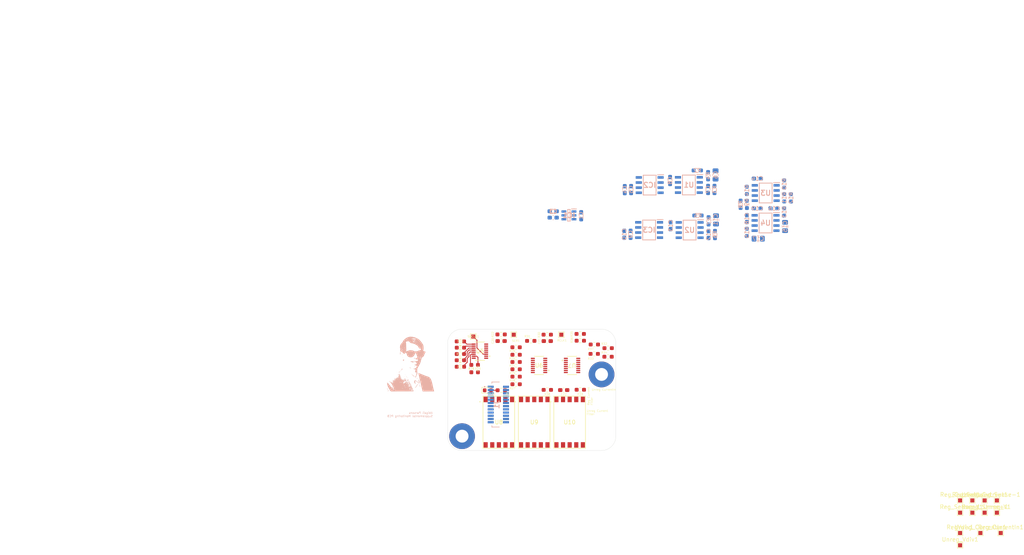
<source format=kicad_pcb>
(kicad_pcb (version 20241229) (generator "pcbnew") (generator_version "9.0")
  (layers (0 "F.Cu" signal) (4 "In1.Cu" signal) (6 "In2.Cu" signal) (2 "B.Cu" signal) (13 "F.Paste" user) (15 "B.Paste" user) (5 "F.SilkS" user "F.Silkscreen") (7 "B.SilkS" user "B.Silkscreen") (1 "F.Mask" user) (3 "B.Mask" user) (25 "Edge.Cuts" user))
  (net 0 "")
  (net 1 "/1.024V")
  (net 2 "+3.3V")
  (net 3 "Net-(IC1-NR)")
  (net 4 "/Voltage/OpAmp2+")
  (net 5 "/Voltage/Out2")
  (net 6 "/Voltage/Out1")
  (net 7 "/Voltage/OpAmp+")
  (net 8 "Net-(C6-Pad1)")
  (net 9 "/CurrentAfter/Out1")
  (net 10 "Net-(U1A-+)")
  (net 11 "/CurrentBefore/Out1")
  (net 12 "Net-(C11-Pad1)")
  (net 13 "/SRCLK")
  (net 14 "Net-(U2A-+)")
  (net 15 "Net-(D1-A)")
  (net 16 "Net-(U4A-+)")
  (net 17 "Net-(C16-Pad1)")
  (net 18 "Net-(U4B-+)")
  (net 19 "/RCLK")
  (net 20 "Net-(C18-Pad1)")
  (net 21 "/SER")
  (net 22 "/Seven Segment/1e")
  (net 23 "/Seven Segment/1d")
  (net 24 "/Seven Segment/1c")
  (net 25 "/Seven Segment/1h")
  (net 26 "/Seven Segment/2e")
  (net 27 "/Seven Segment/2d")
  (net 28 "/Seven Segment/1f")
  (net 29 "/Seven Segment/1g")
  (net 30 "/Seven Segment/1a")
  (net 31 "/Seven Segment/1b")
  (net 32 "/Seven Segment/2f")
  (net 33 "/Seven Segment/2a")
  (net 34 "/Seven Segment/2b")
  (net 35 "/Seven Segment/3f")
  (net 36 "/Seven Segment/3g")
  (net 37 "/Seven Segment/3a")
  (net 38 "/Seven Segment/3b")
  (net 39 "/Seven Segment/2g")
  (net 40 "/Seven Segment/2c")
  (net 41 "/Seven Segment/2h")
  (net 42 "/Seven Segment/3e")
  (net 43 "/Seven Segment/3d")
  (net 44 "/Seven Segment/3c")
  (net 45 "/Seven Segment/3h")
  (net 48 "GND")
  (net 49 "/Unreg_Current")
  (net 50 "/Unreg_Sense-")
  (net 51 "/Unreg_Sense+")
  (net 52 "/Reg_V")
  (net 53 "/RegSense-")
  (net 54 "/Reg_Sense+")
  (net 55 "/Unreg_V")
  (net 56 "/Supp_Vin")
  (net 58 "/Reg_Current")
  (net 63 "Net-(R24-Pad2)")
  (net 64 "Net-(R25-Pad2)")
  (net 65 "Net-(R26-Pad2)")
  (net 68 "Net-(R29-Pad1)")
  (net 69 "Net-(R30-Pad1)")
  (net 70 "Net-(U1B-+)")
  (net 71 "Net-(U2B-+)")
  (net 72 "Net-(R16-Pad2)")
  (net 73 "Net-(R36-Pad1)")
  (net 74 "Net-(R37-Pad1)")
  (net 75 "Net-(R38-Pad1)")
  (net 76 "Net-(R39-Pad1)")
  (net 77 "Net-(R17-Pad2)")
  (net 78 "Net-(R18-Pad2)")
  (net 79 "Net-(R19-Pad2)")
  (net 80 "Net-(R20-Pad1)")
  (net 81 "Net-(R21-Pad1)")
  (net 82 "Net-(R22-Pad1)")
  (net 83 "Net-(R23-Pad1)")
  (net 84 "Net-(R27-Pad2)")
  (net 85 "Net-(R28-Pad2)")
  (net 86 "Net-(R31-Pad1)")
  (net 87 "Net-(R32-Pad2)")
  (net 88 "Net-(R33-Pad2)")
  (net 89 "Net-(R34-Pad2)")
  (net 90 "Net-(R35-Pad2)")
  (net 91 "Net-(U5-QH')")
  (net 92 "Net-(U6-QH')")
  (footprint "SN74HCS595DYYR:SOT_95DYYR_TEX" (layer "F.Cu") (at 139.7811 105.42)
    (property "Reference" "U5")
    (property "Value" "SN74HC595N")
  )
  (footprint "LED_SMD:LED_0603_1608Metric" (layer "F.Cu") (at 141.7425 115.15)
    (property "Reference" "D1")
    (property "Value" "LED")
  )
  (footprint "footprints:SOT10_INND-TS30RAB_INL" (layer "F.Cu") (at 153.2725 123.08)
    (property "Reference" "U9")
    (property "Value" "INND-TS30RAB")
  )
  (footprint "TestPoint:TestPoint_Pad_1.0x1.0mm" (layer "F.Cu") (at 259.15 145.58)
    (property "Reference" "Reg_Sense+1")
    (property "Value" "Test Point")
  )
  (footprint "Resistor_SMD:R_0603_1608Metric_Pad0.98x0.95mm_HandSolder" (layer "F.Cu") (at 156.5075 101.31)
    (property "Reference" "R30")
    (property "Value" "560")
  )
  (footprint "Resistor_SMD:R_0603_1608Metric_Pad0.98x0.95mm_HandSolder" (layer "F.Cu") (at 134.917188 109.29)
    (property "Reference" "R21")
    (property "Value" "560")
  )
  (footprint "Resistor_SMD:R_0603_1608Metric_Pad0.98x0.95mm_HandSolder" (layer "F.Cu") (at 134.917188 102.99)
    (property "Reference" "R23")
    (property "Value" "560")
  )
  (footprint "footprints:SOT10_INND-TS30RAB_INL" (layer "F.Cu") (at 162.0725 123.08)
    (property "Reference" "U10")
    (property "Value" "INND-TS30RAB")
  )
  (footprint "TestPoint:TestPoint_Pad_1.0x1.0mm" (layer "F.Cu") (at 148.18 101.33)
    (property "Reference" "SER1")
    (property "Value" "Test Point")
  )
  (footprint "Resistor_SMD:R_0603_1608Metric_Pad0.98x0.95mm_HandSolder" (layer "F.Cu") (at 164.73 115.01)
    (property "Reference" "R39")
    (property "Value" "560")
  )
  (footprint "TestPoint:TestPoint_Pad_1.0x1.0mm" (layer "F.Cu") (at 259.15 150.63)
    (property "Reference" "RegVdiv1")
    (property "Value" "TestPoint")
  )
  (footprint "Resistor_SMD:R_0603_1608Metric_Pad0.98x0.95mm_HandSolder" (layer "F.Cu") (at 148.76 104.45 180)
    (property "Reference" "R26")
    (property "Value" "560")
  )
  (footprint "TestPoint:TestPoint_Pad_1.0x1.0mm" (layer "F.Cu") (at 138.12 101.78)
    (property "Reference" "SRCLK1")
    (property "Value" "Test Point")
  )
  (footprint "Resistor_SMD:R_0603_1608Metric_Pad0.98x0.95mm_HandSolder" (layer "F.Cu") (at 145.08 115.14 180)
    (property "Reference" "R1")
    (property "Value" "150")
  )
  (footprint "Resistor_SMD:R_0603_1608Metric_Pad0.98x0.95mm_HandSolder" (layer "F.Cu") (at 137.64 109.75 90)
    (property "Reference" "R20")
    (property "Value" "560")
  )
  (footprint "Resistor_SMD:R_0603_1608Metric_Pad0.98x0.95mm_HandSolder" (layer "F.Cu") (at 145.04 101.26)
    (property "Reference" "R22")
    (property "Value" "560")
  )
  (footprint "footprints:SOT10_INND-TS30RAB_INL" (layer "F.Cu") (at 144.4725 123.08)
    (property "Reference" "U8")
    (property "Value" "INND-TS30RAB")
  )
  (footprint "Resistor_SMD:R_0603_1608Metric_Pad0.98x0.95mm_HandSolder" (layer "F.Cu") (at 148.77 109.92)
    (property "Reference" "R29")
    (property "Value" "560")
  )
  (footprint "TestPoint:TestPoint_Pad_1.0x1.0mm" (layer "F.Cu") (at 265.25 145.58)
    (property "Reference" "Unreg_Sense+1")
    (property "Value" "Test Point")
  )
  (footprint "TestPoint:TestPoint_Pad_1.0x1.0mm" (layer "F.Cu") (at 268.3 145.58)
    (property "Reference" "Unreg_V1")
    (property "Value" "TestPoint")
  )
  (footprint "Resistor_SMD:R_0603_1608Metric_Pad0.98x0.95mm_HandSolder" (layer "F.Cu") (at 134.917188 107.68 180)
    (property "Reference" "R16")
    (property "Value" "560")
  )
  (footprint "SN74HCS595DYYR:SOT_95DYYR_TEX" (layer "F.Cu") (at 154.47 108.965)
    (property "Reference" "U6")
    (property "Value" "SN74HC595N")
  )
  (footprint "Resistor_SMD:R_0603_1608Metric_Pad0.98x0.95mm_HandSolder" (layer "F.Cu") (at 134.917188 106.13 180)
    (property "Reference" "R17")
    (property "Value" "560")
  )
  (footprint "Resistor_SMD:R_0603_1608Metric_Pad0.98x0.95mm_HandSolder" (layer "F.Cu") (at 148.77 106.31 180)
    (property "Reference" "R25")
    (property "Value" "560")
  )
  (footprint "TestPoint:TestPoint_Pad_1.0x1.0mm" (layer "F.Cu") (at 268.3 142.53)
    (property "Reference" "Unreg_Sense-1")
    (property "Value" "TestPoint")
  )
  (footprint "Resistor_SMD:R_0603_1608Metric_Pad0.98x0.95mm_HandSolder" (layer "F.Cu") (at 164.7075 101.13 180)
    (property "Reference" "R35")
    (property "Value" "560")
  )
  (footprint "Resistor_SMD:R_0603_1608Metric_Pad0.98x0.95mm_HandSolder" (layer "F.Cu") (at 148.77 111.75 180)
    (property "Reference" "R28")
    (property "Value" "560")
  )
  (footprint "Resistor_SMD:R_0603_1608Metric_Pad0.98x0.95mm_HandSolder" (layer "F.Cu") (at 152.41 102.86 180)
    (property "Reference" "R31")
    (property "Value" "560")
  )
  (footprint "MountingHole:MountingHole_3.2mm_M3_Pad_TopBottom" (layer "F.Cu") (at 170.01 111.2)
    (property "Reference" "H2" (hide yes))
    (property "Value" "MountingHole_Pad_MP")
  )
  (footprint "MountingHole:MountingHole_3.2mm_M3_Pad_TopBottom" (layer "F.Cu") (at 135.33 126.55)
    (property "Reference" "H4" (hide yes))
    (property "Value" "MountingHole_Pad_MP")
  )
  (footprint "Capacitor_SMD:C_0603_1608Metric_Pad1.08x0.95mm_HandSolder" (layer "F.Cu") (at 145.0475 102.9 180)
    (property "Reference" "C20")
    (property "Value" ".1u")
  )
  (footprint "Resistor_SMD:R_0603_1608Metric_Pad0.98x0.95mm_HandSolder" (layer "F.Cu") (at 148.77 113.64 180)
    (property "Reference" "R27")
    (property "Value" "560")
  )
  (footprint "TestPoint:TestPoint_Pad_1.0x1.0mm" (layer "F.Cu") (at 265.25 142.53)
    (property "Reference" "Unreg_Current1")
    (property "Value" "TestPoint")
  )
  (footprint "TestPoint:TestPoint_Pad_1.0x1.0mm" (layer "F.Cu") (at 259.15 142.53)
    (property "Reference" "Reg_Current1")
    (property "Value" "Test Point")
  )
  (footprint "Resistor_SMD:R_0603_1608Metric_Pad0.98x0.95mm_HandSolder" (layer "F.Cu") (at 171.6275 106.8)
    (property "Reference" "R34")
    (property "Value" "560")
  )
  (footprint "Capacitor_SMD:C_0603_1608Metric_Pad1.08x0.95mm_HandSolder" (layer "F.Cu") (at 160.6075 115.09)
    (property "Reference" "C22")
    (property "Value" ".1u")
  )
  (footprint "TestPoint:TestPoint_Pad_1.0x1.0mm" (layer "F.Cu") (at 259.15 153.68)
    (property "Reference" "Unreg_Vdiv1")
    (property "Value" "TestPoint")
  )
  (footprint "TestPoint:TestPoint_Pad_1.0x1.0mm" (layer "F.Cu") (at 262.2 142.53)
    (property "Reference" "Reg_Sense-1")
    (property "Value" "TestPoint")
  )
  (footprint "Resistor_SMD:R_0603_1608Metric_Pad0.98x0.95mm_HandSolder" (layer "F.Cu") (at 168.1875 106.09)
    (property "Reference" "R33")
    (property "Value" "560")
  )
  (footprint "Resistor_SMD:R_0603_1608Metric_Pad0.98x0.95mm_HandSolder" (layer "F.Cu") (at 134.9275 104.55 180)
    (property "Reference" "R18")
    (property "Value" "560")
  )
  (footprint "Resistor_SMD:R_0603_1608Metric_Pad0.98x0.95mm_HandSolder" (layer "F.Cu") (at 139.28 109.75 -90)
    (property "Reference" "R19")
    (property "Value" "560")
  )
  (footprint "Resistor_SMD:R_0603_1608Metric_Pad0.98x0.95mm_HandSolder" (layer "F.Cu") (at 148.77 108.11 180)
    (property "Reference" "R24")
    (property "Value" "560")
  )
  (footprint "Resistor_SMD:R_0603_1608Metric_Pad0.98x0.95mm_HandSolder" (layer "F.Cu") (at 156.5275 115.04)
    (property "Reference" "R38")
    (property "Value" "560")
  )
  (footprint "Capacitor_SMD:C_0603_1608Metric_Pad1.08x0.95mm_HandSolder" (layer "F.Cu") (at 156.51 102.91 180)
    (property "Reference" "C21")
    (property "Value" ".1u")
  )
  (footprint "TestPoint:TestPoint_Pad_1.0x1.0mm" (layer "F.Cu") (at 160.01 101.33)
    (property "Reference" "RCLK1")
    (property "Value" "Test Point")
  )
  (footprint "Resistor_SMD:R_0603_1608Metric_Pad0.98x0.95mm_HandSolder" (layer "F.Cu") (at 171.65 104.67)
    (property "Reference" "R32")
    (property "Value" "560")
  )
  (footprint "TestPoint:TestPoint_Pad_1.0x1.0mm" (layer "F.Cu") (at 262.2 145.58)
    (property "Reference" "Reg_V1")
    (property "Value" "TestPoint")
  )
  (footprint "Resistor_SMD:R_0603_1608Metric_Pad0.98x0.95mm_HandSolder" (layer "F.Cu") (at 168.2175 103.76)
    (property "Reference" "R37")
    (property "Value" "560")
  )
  (footprint "Resistor_SMD:R_0603_1608Metric_Pad0.98x0.95mm_HandSolder" (layer "F.Cu") (at 164.7275 102.82)
    (property "Reference" "R36")
    (property "Value" "560")
  )
  (footprint "SN74HCS595DYYR:SOT_95DYYR_TEX" (layer "F.Cu") (at 162.675 108.965 180)
    (property "Reference" "U7")
    (property "Value" "SN74HC595N")
  )
  (footprint "TestPoint:TestPoint_Pad_1.0x1.0mm" (layer "F.Cu") (at 269.25 150.63)
    (property "Reference" "Reg_CurrentIn1")
    (property "Value" "Test Point")
  )
  (footprint "TestPoint:TestPoint_Pad_1.0x1.0mm" (layer "F.Cu") (at 264.2 150.63)
    (property "Reference" "Unreg_CurrentIn1")
    (property "Value" "Test Point")
  )
  (footprint "Capacitor_SMD:C_0603_1608Metric_Pad1.08x0.95mm_HandSolder" (layer "B.Cu") (at 212.8725 69.93 180)
    (property "Reference" "C16")
    (property "Value" "2.05u")
  )
  (footprint "Capacitor_SMD:C_0603_1608Metric_Pad1.08x0.95mm_HandSolder" (layer "B.Cu") (at 196.49 65.215 90)
    (property "Reference" "C7")
    (property "Value" "2.05u")
  )
  (footprint "Capacitor_SMD:C_0603_1608Metric_Pad1.08x0.95mm_HandSolder" (layer "B.Cu") (at 157.9825 70.635 180)
    (property "Reference" "C3")
    (property "Value" "1uF")
  )
  (footprint "Resistor_SMD:R_0603_1608Metric_Pad0.98x0.95mm_HandSolder" (layer "B.Cu") (at 193.81 60.49)
    (property "Reference" "R2")
    (property "Value" "7.32k")
  )
  (footprint "TLV9002QDRQ1:SOIC127P600X175-8N" (layer "B.Cu") (at 191.719 64.095 180)
    (property "Reference" "U1")
    (property "Value" "TLV9002QDRQ1_2" (hide yes))
  )
  (footprint "Resistor_SMD:R_0603_1608Metric_Pad0.98x0.95mm_HandSolder" (layer "B.Cu") (at 206.1425 75.89 -90)
    (property "Reference" "R15")
    (property "Value" "13k")
  )
  (footprint "UTSVT_Logos:LHRs_LOGO" (layer "B.Cu") (at 121.830156 117.99961 180)
    (property "Reference" "LOGO1" (hide yes))
    (property "Value" "Dr. Hallock" (hide yes))
  )
  (footprint "Resistor_SMD:R_0603_1608Metric_Pad0.98x0.95mm_HandSolder" (layer "B.Cu") (at 198.09 65.2175 -90)
    (property "Reference" "R3")
    (property "Value" "6.04k")
  )
  (footprint "Capacitor_SMD:C_0603_1608Metric_Pad1.08x0.95mm_HandSolder" (layer "B.Cu") (at 187.05 62.99 -90)
    (property "Reference" "C8")
    (property "Value" "1u")
  )
  (footprint "UTSVT_Logos:Hallock_Image_Tiny" (layer "B.Cu") (at 123.02 108.45 180)
    (property "Reference" "LOGO2" (hide yes))
    (property "Value" "Dr. Hallock" (hide yes))
  )
  (footprint "Capacitor_SMD:C_0603_1608Metric_Pad1.08x0.95mm_HandSolder" (layer "B.Cu") (at 177.36 65.24 -90)
    (property "Reference" "C5")
    (property "Value" "1u")
  )
  (footprint "Capacitor_SMD:C_0603_1608Metric_Pad1.08x0.95mm_HandSolder" (layer "B.Cu") (at 208.7425 62.51)
    (property "Reference" "C14")
    (property "Value" "1u")
  )
  (footprint "Capacitor_SMD:C_0603_1608Metric_Pad1.08x0.95mm_HandSolder" (layer "B.Cu") (at 177.23 76.36 -90)
    (property "Reference" "C9")
    (property "Value" ".1u")
  )
  (footprint "Capacitor_SMD:C_0603_1608Metric_Pad1.08x0.95mm_HandSolder" (layer "B.Cu") (at 157.9825 72.215 180)
    (property "Reference" "C2")
    (property "Value" "1uF")
  )
  (footprint "Resistor_SMD:R_0603_1608Metric_Pad0.98x0.95mm_HandSolder" (layer "B.Cu") (at 196.62 73.01 -90)
    (property "Reference" "R7")
    (property "Value" "9.09k")
  )
  (footprint "Resistor_SMD:R_0603_1608Metric_Pad0.98x0.95mm_HandSolder" (layer "B.Cu") (at 217.1025 67.3 -90)
    (property "Reference" "R12")
    (property "Value" "9.53k")
  )
  (footprint "Capacitor_SMD:C_0603_1608Metric_Pad1.08x0.95mm_HandSolder" (layer "B.Cu") (at 208.71 69.93)
    (property "Reference" "C19")
    (property "Value" "1u")
  )
  (footprint "Resistor_SMD:R_0603_1608Metric_Pad0.98x0.95mm_HandSolder" (layer "B.Cu") (at 206.1325 65.45 -90)
    (property "Reference" "R14")
    (property "Value" "9.53k")
  )
  (footprint "TLV9002QDRQ1:SOIC127P600X175-8N" (layer "B.Cu") (at 191.91 75.31 180)
    (property "Reference" "U2")
    (property "Value" "TLV9002QDRQ1_2" (hide yes))
  )
  (footprint "Capacitor_SMD:C_0805_2012Metric_Pad1.18x1.45mm_HandSolder" (layer "B.Cu") (at 198.46 72.78 -90)
    (property "Reference" "C11")
    (property "Value" "4.64u")
  )
  (footprint "TLV9002QDRQ1:SOIC127P600X175-8N" (layer "B.Cu") (at 210.7825 73.55 180)
    (property "Reference" "U4")
    (property "Value" "TLV9002QDRQ1_2" (hide yes))
  )
  (footprint "Resistor_SMD:R_0603_1608Metric_Pad0.98x0.95mm_HandSolder" (layer "B.Cu") (at 206.1525 68.92 -90)
    (property "Reference" "R9")
    (property "Value" "1k")
  )
  (footprint "TLV9002QDRQ1:SOIC127P600X175-8N" (layer "B.Cu") (at 210.8215 66.095 180)
    (property "Reference" "U3")
    (property "Value" "TLV9002QDRQ1_2" (hide yes))
  )
  (footprint "Capacitor_SMD:C_0603_1608Metric_Pad1.08x0.95mm_HandSolder" (layer "B.Cu") (at 187.19 74.2075 -90)
    (property "Reference" "C13")
    (property "Value" "1u")
  )
  (footprint "Capacitor_SMD:C_0603_1608Metric_Pad1.08x0.95mm_HandSolder" (layer "B.Cu") (at 196.61 76.42 -90)
    (property "Reference" "C12")
    (property "Value" "2.05u")
  )
  (footprint "Resistor_SMD:R_0603_1608Metric_Pad0.98x0.95mm_HandSolder" (layer "B.Cu") (at 204.5825 68.9 90)
    (property "Reference" "R8")
    (property "Value" "9k")
  )
  (footprint "Resistor_SMD:R_0603_1608Metric_Pad0.98x0.95mm_HandSolder" (layer "B.Cu") (at 193.98 71.69)
    (property "Reference" "R5")
    (property "Value" "7.32k")
  )
  (footprint "Capacitor_SMD:C_0805_2012Metric_Pad1.18x1.45mm_HandSolder" (layer "B.Cu") (at 215.6325 74.4225 -90)
    (property "Reference" "C15")
    (property "Value" "4.64u")
  )
  (footprint "Capacitor_SMD:C_0603_1608Metric_Pad1.08x0.95mm_HandSolder" (layer "B.Cu") (at 175.66 76.36 -90)
    (property "Reference" "C10")
    (property "Value" "1u")
  )
  (footprint "TLV9002QDRQ1:SOIC127P600X175-8N" (layer "B.Cu") (at 181.84 75.29 180)
    (property "Reference" "IC3")
    (property "Value" "INA241A5IDR" (hide yes))
  )
  (footprint "Capacitor_SMD:C_0603_1608Metric_Pad1.08x0.95mm_HandSolder" (layer "B.Cu") (at 175.78 65.26 -90)
    (property "Reference" "C4")
    (property "Value" ".1u")
  )
  (footprint "Capacitor_SMD:C_0805_2012Metric_Pad1.18x1.45mm_HandSolder" (layer "B.Cu") (at 198.35 61.6075 90)
    (property "Reference" "C6")
    (property "Value" "4.64u")
  )
  (footprint "Capacitor_SMD:C_0603_1608Metric_Pad1.08x0.95mm_HandSolder" (layer "B.Cu") (at 206.1425 72.46 90)
    (property "Reference" "C18")
    (property "Value" "2.05u")
  )
  (footprint "Resistor_SMD:R_0603_1608Metric_Pad0.98x0.95mm_HandSolder" (layer "B.Cu") (at 196.5 61.7925 -90)
    (property "Reference" "R4")
    (property "Value" "9.09k")
  )
  (footprint "Resistor_SMD:R_0603_1608Metric_Pad0.98x0.95mm_HandSolder" (layer "B.Cu") (at 198.21 76.42 90)
    (property "Reference" "R6")
    (property "Value" "6.04k")
  )
  (footprint "UTSVT_Connectors:524652470" (layer "B.Cu") (at 144.3525 118.68 90)
    (property "Reference" "J1")
    (property "Value" "52465-2470" (hide yes))
  )
  (footprint "Capacitor_SMD:C_0603_1608Metric_Pad1.08x0.95mm_HandSolder" (layer "B.Cu") (at 164.9525 71.745 90)
    (property "Reference" "C1")
    (property "Value" "1uF")
  )
  (footprint "REF35102QDBVR:SOT95P280X145-6N" (layer "B.Cu") (at 161.9 71.65 180)
    (property "Reference" "IC1")
    (property "Value" "REF35102QDBVR" (hide yes))
  )
  (footprint "Resistor_SMD:R_0603_1608Metric_Pad0.98x0.95mm_HandSolder" (layer "B.Cu") (at 215.4225 70.8 -90)
    (property "Reference" "R13")
    (property "Value" "13k")
  )
  (footprint "Resistor_SMD:R_0603_1608Metric_Pad0.98x0.95mm_HandSolder" (layer "B.Cu") (at 215.4225 63.86 -90)
    (property "Reference" "R10")
    (property "Value" "9k")
  )
  (footprint "TLV9002QDRQ1:SOIC127P600X175-8N" (layer "B.Cu") (at 181.98 64.13 180)
    (property "Reference" "IC2")
    (property "Value" "INA241A5IDR" (hide yes))
  )
  (footprint "Capacitor_SMD:C_0805_2012Metric_Pad1.18x1.45mm_HandSolder" (layer "B.Cu") (at 208.9525 77.45)
    (property "Reference" "C17")
    (property "Value" "4.64u")
  )
  (footprint "Resistor_SMD:R_0603_1608Metric_Pad0.98x0.95mm_HandSolder" (layer "B.Cu") (at 215.4325 67.28 -90)
    (property "Reference" "R11")
    (property "Value" "1k")
  )
  (gr_line (start 135.3 99.94) (end 170.01 99.94) (stroke (width 0.05)) (layer "Edge.Cuts"))
  (gr_arc (start 135.3 130.11) (mid 132.789771 129.070229) (end 131.75 126.56) (stroke (width 0.05)) (layer "Edge.Cuts"))
  (gr_arc (start 170.01 99.94) (mid 172.520229 100.979771) (end 173.56 103.49) (stroke (width 0.05)) (layer "Edge.Cuts"))
  (gr_line (start 131.75 126.56) (end 131.75 103.49) (stroke (width 0.05)) (layer "Edge.Cuts"))
  (gr_line (start 170.01 130.11) (end 135.3 130.11) (stroke (width 0.05)) (layer "Edge.Cuts"))
  (gr_line (start 173.56 103.49) (end 173.56 126.56) (stroke (width 0.05)) (layer "Edge.Cuts"))
  (gr_arc (start 173.56 126.56) (mid 172.520229 129.070229) (end 170.01 130.11) (stroke (width 0.05)) (layer "Edge.Cuts"))
  (gr_arc (start 131.720229 103.490229) (mid 132.76 100.98) (end 135.270229 99.940229) (stroke (width 0.05)) (layer "Edge.Cuts"))
  (gr_text "Unreg Current\nFilter\n" (at 166.25 121.36 0) (layer "F.SilkS") (effects (font (size 0.5 0.5) (thickness 0.0625)) (justify left bottom)))
  (gr_text "Unreg CurrentIn\n" (at 167.54 115.28 0) (layer "F.SilkS") (effects (font (size 0.5 0.5) (thickness 0.0625)) (justify left bottom)))
  (gr_text "Reg Current\nFilter\n" (at 167.88 118.89 90) (layer "F.SilkS") (effects (font (size 0.5 0.5) (thickness 0.0625)) (justify left bottom)))
  (gr_text "Abigail Parsons\nSupplemental Monitoring PCB\n" (at 128.05 121.86 0) (layer "B.SilkS") (effects (font (size 0.5 0.5) (thickness 0.0625)) (justify left bottom mirror)))
  (segment (start 139.028 102.688) (end 139.028 104.617263) (width 0.2) (layer "F.Cu") (net 13))
  (segment (start 139.028 104.617263) (end 140.580926 106.170189) (width 0.2) (layer "F.Cu") (net 13))
  (segment (start 140.580926 106.170189) (end 141.32415 106.170189) (width 0.2) (layer "F.Cu") (net 13))
  (segment (start 138.12 101.78) (end 139.028 102.688) (width 0.2) (layer "F.Cu") (net 13))
  (segment (start 142.53 115.15) (end 144.1575 115.15) (width 0.2) (layer "F.Cu") (net 15))
  (segment (start 144.1575 115.15) (end 144.1675 115.14) (width 0.2) (layer "F.Cu") (net 15))
  (segment (start 136.62 105.5971) (end 137.0871 105.13) (width 0.2) (layer "F.Cu") (net 22))
  (segment (start 135.829688 107.68) (end 135.829688 107.420312) (width 0.2) (layer "F.Cu") (net 22))
  (segment (start 137.0871 105.13) (end 138.198113 105.13) (width 0.2) (layer "F.Cu") (net 22))
  (segment (start 135.829688 107.420312) (end 136.62 106.63) (width 0.2) (layer "F.Cu") (net 22))
  (segment (start 138.198113 105.13) (end 138.23805 105.169937) (width 0.2) (layer "F.Cu") (net 22))
  (segment (start 136.62 106.63) (end 136.62 105.5971) (width 0.2) (layer "F.Cu") (net 22))
  (segment (start 135.829688 106.13) (end 135.829688 105.820312) (width 0.2) (layer "F.Cu") (net 23))
  (segment (start 135.829688 105.820312) (end 136.980189 104.669811) (width 0.2) (layer "F.Cu") (net 23))
  (segment (start 136.980189 104.669811) (end 138.23805 104.669811) (width 0.2) (layer "F.Cu") (net 23))
  (segment (start 138.237735 104.17) (end 138.23805 104.169685) (width 0.2) (layer "F.Cu") (net 24))
  (segment (start 135.84 104.55) (end 136.22 104.17) (width 0.2) (layer "F.Cu") (net 24))
  (segment (start 136.22 104.17) (end 138.237735 104.17) (width 0.2) (layer "F.Cu") (net 24))
  (segment (start 139.28 106.969041) (end 138.981274 106.670315) (width 0.2) (layer "F.Cu") (net 25))
  (segment (start 139.28 108.8375) (end 139.28 106.969041) (width 0.2) (layer "F.Cu") (net 25))
  (segment (start 138.981274 106.670315) (end 138.23805 106.670315) (width 0.2) (layer "F.Cu") (net 25))
  (segment (start 137.4481 105.62) (end 137.4481 105.623337) (width 0.2) (layer "F.Cu") (net 28))
  (segment (start 137.29 105.62) (end 137.4481 105.62) (width 0.2) (layer "F.Cu") (net 28))
  (segment (start 137.021 105.889) (end 137.29 105.62) (width 0.2) (layer "F.Cu") (net 28))
  (segment (start 136.618188 107.212866) (end 136.611211 107.205889) (width 0.2) (layer "F.Cu") (net 28))
  (segment (start 136.618188 108.147134) (end 136.618188 107.212866) (width 0.2) (layer "F.Cu") (net 28))
  (segment (start 136.611211 107.205889) (end 137.021 106.7961) (width 0.2) (layer "F.Cu") (net 28))
  (segment (start 136.56 108.205322) (end 136.618188 108.147134) (width 0.2) (layer "F.Cu") (net 28))
  (segment (start 135.829688 109.29) (end 135.829688 108.950312) (width 0.2) (layer "F.Cu") (net 28))
  (segment (start 137.4481 105.623337) (end 138.191324 105.623337) (width 0.2) (layer "F.Cu") (net 28))
  (segment (start 137.021 106.7961) (end 137.021 105.889) (width 0.2) (layer "F.Cu") (net 28))
  (segment (start 138.191324 105.623337) (end 138.23805 105.670063) (width 0.2) (layer "F.Cu") (net 28))
  (segment (start 135.829688 108.950312) (end 136.56 108.22) (width 0.2) (layer "F.Cu") (net 28))
  (segment (start 136.56 108.22) (end 136.56 108.205322) (width 0.2) (layer "F.Cu") (net 28))
  (segment (start 137.422 106.368) (end 137.619811 106.170189) (width 0.2) (layer "F.Cu") (net 29))
  (segment (start 137.422 108.6195) (end 137.422 106.368) (width 0.2) (layer "F.Cu") (net 29))
  (segment (start 137.64 108.8375) (end 137.422 108.6195) (width 0.2) (layer "F.Cu") (net 29))
  (segment (start 137.619811 106.170189) (end 138.23805 106.170189) (width 0.2) (layer "F.Cu") (net 29))
  (segment (start 135.83 102.99) (end 136.53 103.69) (width 0.2) (layer "F.Cu") (net 31))
  (segment (start 135.829688 102.99) (end 135.83 102.99) (width 0.2) (layer "F.Cu") (net 31))
  (segment (start 136.53 103.69) (end 138.217609 103.69) (width 0.2) (layer "F.Cu") (net 31))
  (segment (start 138.217609 103.69) (end 138.23805 103.669559) (width 0.2) (layer "F.Cu") (net 31))
)
</source>
